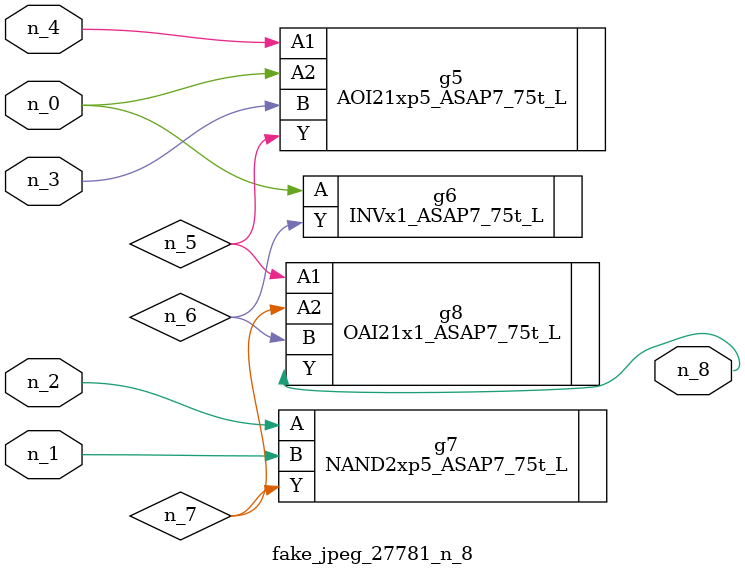
<source format=v>
module fake_jpeg_27781_n_8 (n_3, n_2, n_1, n_0, n_4, n_8);

input n_3;
input n_2;
input n_1;
input n_0;
input n_4;

output n_8;

wire n_6;
wire n_5;
wire n_7;

AOI21xp5_ASAP7_75t_L g5 ( 
.A1(n_4),
.A2(n_0),
.B(n_3),
.Y(n_5)
);

INVx1_ASAP7_75t_L g6 ( 
.A(n_0),
.Y(n_6)
);

NAND2xp5_ASAP7_75t_L g7 ( 
.A(n_2),
.B(n_1),
.Y(n_7)
);

OAI21x1_ASAP7_75t_L g8 ( 
.A1(n_5),
.A2(n_7),
.B(n_6),
.Y(n_8)
);


endmodule
</source>
